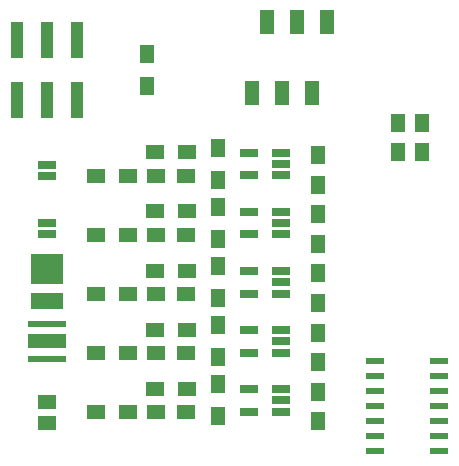
<source format=gbr>
%TF.GenerationSoftware,KiCad,Pcbnew,(5.0.2)-1*%
%TF.CreationDate,2019-02-09T16:55:47-05:00*%
%TF.ProjectId,photometric-leds,70686f74-6f6d-4657-9472-69632d6c6564,rev?*%
%TF.SameCoordinates,Original*%
%TF.FileFunction,Paste,Top*%
%TF.FilePolarity,Positive*%
%FSLAX46Y46*%
G04 Gerber Fmt 4.6, Leading zero omitted, Abs format (unit mm)*
G04 Created by KiCad (PCBNEW (5.0.2)-1) date 2019-02-09 04:55:47 PM*
%MOMM*%
%LPD*%
G01*
G04 APERTURE LIST*
%ADD10R,1.500000X0.600000*%
%ADD11R,1.250000X1.500000*%
%ADD12R,1.500000X1.250000*%
%ADD13R,1.600000X1.250000*%
%ADD14R,3.300000X0.500000*%
%ADD15R,3.300000X1.300000*%
%ADD16R,2.700000X2.500000*%
%ADD17R,2.700000X1.400000*%
%ADD18R,1.600000X0.650000*%
%ADD19R,1.000000X3.150000*%
%ADD20R,1.300000X1.500000*%
%ADD21R,1.500000X1.300000*%
%ADD22R,1.560000X0.650000*%
%ADD23R,1.200000X2.000000*%
G04 APERTURE END LIST*
D10*
%TO.C,U1*%
X156800000Y-104310000D03*
X156800000Y-103040000D03*
X156800000Y-101770000D03*
X156800000Y-100500000D03*
X156800000Y-99230000D03*
X156800000Y-97960000D03*
X156800000Y-96690000D03*
X162200000Y-96690000D03*
X162200000Y-97960000D03*
X162200000Y-99230000D03*
X162200000Y-100500000D03*
X162200000Y-101770000D03*
X162200000Y-103040000D03*
X162200000Y-104310000D03*
%TD*%
D11*
%TO.C,C2*%
X160750000Y-79000000D03*
X160750000Y-76500000D03*
%TD*%
%TO.C,C1*%
X158750000Y-76500000D03*
X158750000Y-79000000D03*
%TD*%
%TO.C,C5*%
X152000000Y-101750000D03*
X152000000Y-99250000D03*
%TD*%
%TO.C,C6*%
X152000000Y-96750000D03*
X152000000Y-94250000D03*
%TD*%
%TO.C,C7*%
X152000000Y-89250000D03*
X152000000Y-91750000D03*
%TD*%
%TO.C,C8*%
X152000000Y-86750000D03*
X152000000Y-84250000D03*
%TD*%
%TO.C,C9*%
X152000000Y-79250000D03*
X152000000Y-81750000D03*
%TD*%
D12*
%TO.C,C10*%
X138250000Y-101000000D03*
X140750000Y-101000000D03*
%TD*%
%TO.C,C11*%
X140750000Y-96000000D03*
X138250000Y-96000000D03*
%TD*%
%TO.C,C12*%
X138250000Y-91000000D03*
X140750000Y-91000000D03*
%TD*%
%TO.C,C13*%
X140750000Y-86000000D03*
X138250000Y-86000000D03*
%TD*%
%TO.C,C14*%
X138250000Y-81000000D03*
X140750000Y-81000000D03*
%TD*%
D13*
%TO.C,D1*%
X129000000Y-101880000D03*
X129000000Y-100120000D03*
%TD*%
D14*
%TO.C,D2*%
X129000000Y-93550000D03*
X129000000Y-96450000D03*
D15*
X129000000Y-95000000D03*
%TD*%
D16*
%TO.C,D3*%
X129000000Y-88900000D03*
D17*
X129000000Y-91600000D03*
%TD*%
D18*
%TO.C,D4*%
X129000000Y-85000000D03*
X129000000Y-85940000D03*
%TD*%
%TO.C,D5*%
X129000000Y-81000000D03*
X129000000Y-80060000D03*
%TD*%
D19*
%TO.C,J1*%
X131540000Y-69475000D03*
X131540000Y-74525000D03*
X129000000Y-69475000D03*
X129000000Y-74525000D03*
X126460000Y-69475000D03*
X126460000Y-74525000D03*
%TD*%
D20*
%TO.C,R1*%
X137500000Y-73350000D03*
X137500000Y-70650000D03*
%TD*%
%TO.C,R2*%
X143500000Y-101350000D03*
X143500000Y-98650000D03*
%TD*%
D21*
%TO.C,R3*%
X138150000Y-99000000D03*
X140850000Y-99000000D03*
%TD*%
D20*
%TO.C,R4*%
X143500000Y-96350000D03*
X143500000Y-93650000D03*
%TD*%
D21*
%TO.C,R5*%
X138150000Y-94000000D03*
X140850000Y-94000000D03*
%TD*%
D20*
%TO.C,R6*%
X143500000Y-91350000D03*
X143500000Y-88650000D03*
%TD*%
D21*
%TO.C,R7*%
X138150000Y-89000000D03*
X140850000Y-89000000D03*
%TD*%
D20*
%TO.C,R8*%
X143500000Y-83650000D03*
X143500000Y-86350000D03*
%TD*%
D21*
%TO.C,R9*%
X140850000Y-84000000D03*
X138150000Y-84000000D03*
%TD*%
D20*
%TO.C,R10*%
X143500000Y-78650000D03*
X143500000Y-81350000D03*
%TD*%
D21*
%TO.C,R11*%
X140850000Y-79000000D03*
X138150000Y-79000000D03*
%TD*%
%TO.C,R12*%
X135850000Y-101000000D03*
X133150000Y-101000000D03*
%TD*%
%TO.C,R13*%
X133150000Y-96000000D03*
X135850000Y-96000000D03*
%TD*%
%TO.C,R14*%
X135850000Y-91000000D03*
X133150000Y-91000000D03*
%TD*%
%TO.C,R15*%
X135850000Y-86000000D03*
X133150000Y-86000000D03*
%TD*%
%TO.C,R16*%
X133150000Y-81000000D03*
X135850000Y-81000000D03*
%TD*%
D22*
%TO.C,U2*%
X146150000Y-100950000D03*
X146150000Y-99050000D03*
X148850000Y-99050000D03*
X148850000Y-100000000D03*
X148850000Y-100950000D03*
%TD*%
%TO.C,U3*%
X146150000Y-95950000D03*
X146150000Y-94050000D03*
X148850000Y-94050000D03*
X148850000Y-95000000D03*
X148850000Y-95950000D03*
%TD*%
%TO.C,U4*%
X148850000Y-90950000D03*
X148850000Y-90000000D03*
X148850000Y-89050000D03*
X146150000Y-89050000D03*
X146150000Y-90950000D03*
%TD*%
%TO.C,U5*%
X146150000Y-85950000D03*
X146150000Y-84050000D03*
X148850000Y-84050000D03*
X148850000Y-85000000D03*
X148850000Y-85950000D03*
%TD*%
%TO.C,U6*%
X148850000Y-80950000D03*
X148850000Y-80000000D03*
X148850000Y-79050000D03*
X146150000Y-79050000D03*
X146150000Y-80950000D03*
%TD*%
D23*
%TO.C,J2*%
X152680000Y-68000000D03*
X150140000Y-68000000D03*
X147600000Y-68000000D03*
X151410000Y-74000000D03*
X148870000Y-74000000D03*
X146330000Y-74000000D03*
%TD*%
M02*

</source>
